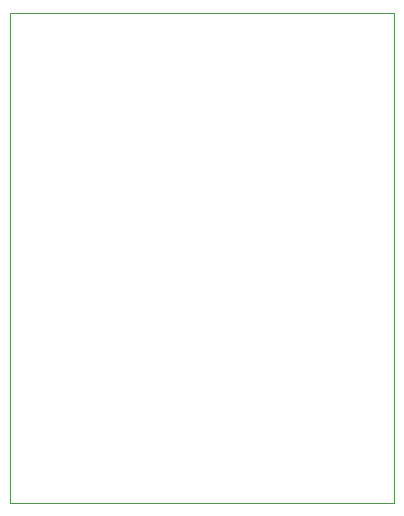
<source format=gbr>
%TF.GenerationSoftware,KiCad,Pcbnew,(6.0.0-0)*%
%TF.CreationDate,2022-04-13T11:49:57+02:00*%
%TF.ProjectId,Main,4d61696e-2e6b-4696-9361-645f70636258,rev?*%
%TF.SameCoordinates,Original*%
%TF.FileFunction,Profile,NP*%
%FSLAX46Y46*%
G04 Gerber Fmt 4.6, Leading zero omitted, Abs format (unit mm)*
G04 Created by KiCad (PCBNEW (6.0.0-0)) date 2022-04-13 11:49:57*
%MOMM*%
%LPD*%
G01*
G04 APERTURE LIST*
%TA.AperFunction,Profile*%
%ADD10C,0.100000*%
%TD*%
G04 APERTURE END LIST*
D10*
X65000000Y-107500000D02*
X97500000Y-107500000D01*
X97500000Y-107500000D02*
X97500000Y-66000000D01*
X97500000Y-66000000D02*
X65000000Y-66000000D01*
X65000000Y-66000000D02*
X65000000Y-107500000D01*
M02*

</source>
